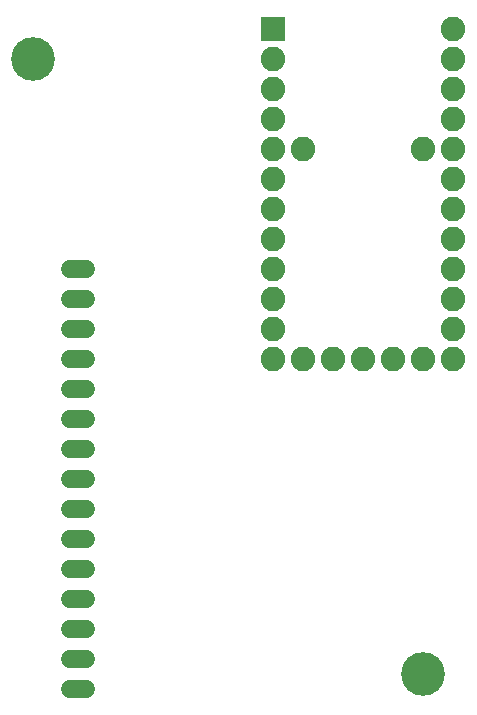
<source format=gts>
G75*
G70*
%OFA0B0*%
%FSLAX24Y24*%
%IPPOS*%
%LPD*%
%AMOC8*
5,1,8,0,0,1.08239X$1,22.5*
%
%ADD10C,0.1458*%
%ADD11R,0.0820X0.0820*%
%ADD12C,0.0820*%
%ADD13C,0.0600*%
D10*
X014680Y001680D03*
X001680Y022180D03*
D11*
X009680Y023180D03*
D12*
X009680Y022180D03*
X009680Y021180D03*
X009680Y020180D03*
X009680Y019180D03*
X009680Y018180D03*
X009680Y017180D03*
X009680Y016180D03*
X009680Y015180D03*
X009680Y014180D03*
X009680Y013180D03*
X009680Y012180D03*
X010680Y012180D03*
X011680Y012180D03*
X012680Y012180D03*
X013680Y012180D03*
X014680Y012180D03*
X015680Y012180D03*
X015680Y013180D03*
X015680Y014180D03*
X015680Y015180D03*
X015680Y016180D03*
X015680Y017180D03*
X015680Y018180D03*
X015680Y019180D03*
X015680Y020180D03*
X015680Y021180D03*
X015680Y022180D03*
X015680Y023180D03*
X014680Y019180D03*
X010680Y019180D03*
D13*
X003440Y001180D02*
X002920Y001180D01*
X002920Y002180D02*
X003440Y002180D01*
X003440Y003180D02*
X002920Y003180D01*
X002920Y004180D02*
X003440Y004180D01*
X003440Y005180D02*
X002920Y005180D01*
X002920Y006180D02*
X003440Y006180D01*
X003440Y007180D02*
X002920Y007180D01*
X002920Y008180D02*
X003440Y008180D01*
X003440Y009180D02*
X002920Y009180D01*
X002920Y010180D02*
X003440Y010180D01*
X003440Y011180D02*
X002920Y011180D01*
X002920Y012180D02*
X003440Y012180D01*
X003440Y013180D02*
X002920Y013180D01*
X002920Y014180D02*
X003440Y014180D01*
X003440Y015180D02*
X002920Y015180D01*
M02*

</source>
